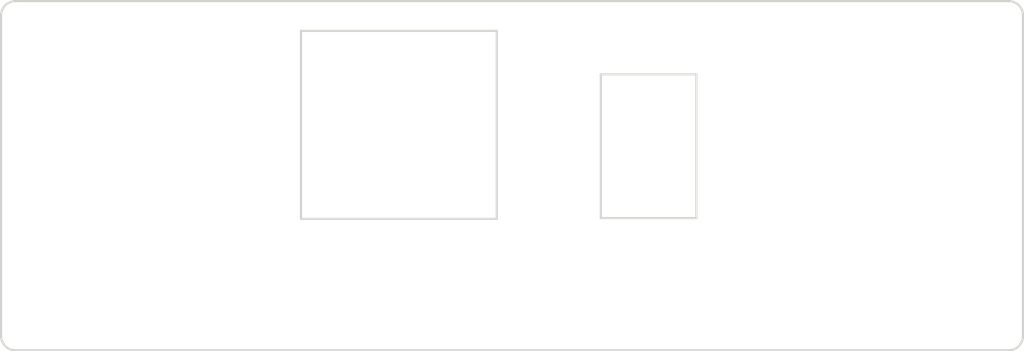
<source format=kicad_pcb>
(kicad_pcb (version 4) (host pcbnew no-vcs-found-product)

  (general
    (links 0)
    (no_connects 0)
    (area 107.924999 77.624999 179.075001 102.075001)
    (thickness 1.6)
    (drawings 16)
    (tracks 0)
    (zones 0)
    (modules 0)
    (nets 1)
  )

  (page A4)
  (layers
    (0 F.Cu signal)
    (31 B.Cu signal hide)
    (32 B.Adhes user hide)
    (33 F.Adhes user hide)
    (34 B.Paste user hide)
    (35 F.Paste user hide)
    (36 B.SilkS user hide)
    (37 F.SilkS user hide)
    (38 B.Mask user hide)
    (39 F.Mask user hide)
    (40 Dwgs.User user hide)
    (41 Cmts.User user hide)
    (42 Eco1.User user hide)
    (43 Eco2.User user hide)
    (44 Edge.Cuts user)
    (45 Margin user hide)
    (46 B.CrtYd user hide)
    (47 F.CrtYd user hide)
    (48 B.Fab user hide)
    (49 F.Fab user hide)
  )

  (setup
    (last_trace_width 0.25)
    (trace_clearance 0.2)
    (zone_clearance 0.508)
    (zone_45_only no)
    (trace_min 0.2)
    (segment_width 0.2)
    (edge_width 0.15)
    (via_size 0.6)
    (via_drill 0.4)
    (via_min_size 0.4)
    (via_min_drill 0.3)
    (uvia_size 0.3)
    (uvia_drill 0.1)
    (uvias_allowed no)
    (uvia_min_size 0.2)
    (uvia_min_drill 0.1)
    (pcb_text_width 0.3)
    (pcb_text_size 1.5 1.5)
    (mod_edge_width 0.15)
    (mod_text_size 1 1)
    (mod_text_width 0.15)
    (pad_size 1.524 1.524)
    (pad_drill 0.762)
    (pad_to_mask_clearance 0.2)
    (aux_axis_origin 0 0)
    (visible_elements FFFFFF7F)
    (pcbplotparams
      (layerselection 0x01000_7ffffffe)
      (usegerberextensions false)
      (excludeedgelayer true)
      (linewidth 0.100000)
      (plotframeref false)
      (viasonmask false)
      (mode 1)
      (useauxorigin false)
      (hpglpennumber 1)
      (hpglpenspeed 20)
      (hpglpendiameter 15)
      (psnegative false)
      (psa4output false)
      (plotreference true)
      (plotvalue true)
      (plotinvisibletext false)
      (padsonsilk false)
      (subtractmaskfromsilk false)
      (outputformat 1)
      (mirror false)
      (drillshape 0)
      (scaleselection 1)
      (outputdirectory gerber/))
  )

  (net 0 "")

  (net_class Default "This is the default net class."
    (clearance 0.2)
    (trace_width 0.25)
    (via_dia 0.6)
    (via_drill 0.4)
    (uvia_dia 0.3)
    (uvia_drill 0.1)
  )

  (gr_line (start 156.31 92.8) (end 149.67 92.8) (angle 90) (layer Edge.Cuts) (width 0.15))
  (gr_line (start 156.31 82.8) (end 156.31 92.8) (angle 90) (layer Edge.Cuts) (width 0.15))
  (gr_line (start 149.67 82.8) (end 156.31 82.8) (angle 90) (layer Edge.Cuts) (width 0.15))
  (gr_line (start 149.67 92.8) (end 149.67 82.8) (angle 90) (layer Edge.Cuts) (width 0.15))
  (gr_line (start 128.84 92.85) (end 128.84 79.77) (angle 90) (layer Edge.Cuts) (width 0.15))
  (gr_line (start 128.84 79.77) (end 142.44 79.77) (angle 90) (layer Edge.Cuts) (width 0.15))
  (gr_line (start 142.44 92.85) (end 142.44 79.77) (angle 90) (layer Edge.Cuts) (width 0.15))
  (gr_line (start 128.84 92.85) (end 142.44 92.85) (angle 90) (layer Edge.Cuts) (width 0.15))
  (gr_arc (start 109 101) (end 109 102) (angle 90) (layer Edge.Cuts) (width 0.15))
  (gr_arc (start 178 101) (end 179 101) (angle 90) (layer Edge.Cuts) (width 0.15))
  (gr_arc (start 178 78.7) (end 178 77.7) (angle 90) (layer Edge.Cuts) (width 0.15))
  (gr_arc (start 109 78.7) (end 108 78.7) (angle 90) (layer Edge.Cuts) (width 0.15))
  (gr_line (start 108 101) (end 108 78.7) (angle 90) (layer Edge.Cuts) (width 0.15))
  (gr_line (start 178 102) (end 109 102) (angle 90) (layer Edge.Cuts) (width 0.15))
  (gr_line (start 179 78.7) (end 179 101) (angle 90) (layer Edge.Cuts) (width 0.15))
  (gr_line (start 109 77.7) (end 178 77.7) (angle 90) (layer Edge.Cuts) (width 0.15))

)

</source>
